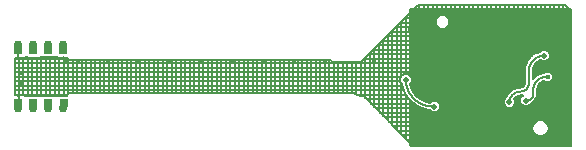
<source format=gbl>
G75*
%MOIN*%
%OFA0B0*%
%FSLAX25Y25*%
%IPPOS*%
%LPD*%
%AMOC8*
5,1,8,0,0,1.08239X$1,22.5*
%
%ADD10R,0.02992X0.03150*%
%ADD11C,0.03012*%
%ADD12C,0.01587*%
%ADD13C,0.00600*%
%ADD14C,0.00800*%
%ADD15C,0.02000*%
D10*
X0057391Y0057261D03*
X0062391Y0057261D03*
X0067391Y0057261D03*
X0072430Y0057261D03*
X0072391Y0074939D03*
X0067391Y0074939D03*
X0062391Y0074858D03*
X0057391Y0074939D03*
D11*
X0057384Y0055667D03*
X0062384Y0055667D03*
X0067384Y0055667D03*
X0072384Y0055667D03*
X0072384Y0076533D03*
X0067384Y0076533D03*
X0062384Y0076533D03*
X0057384Y0076533D03*
D12*
X0073250Y0071700D03*
X0077250Y0071100D03*
X0087250Y0071100D03*
X0096750Y0071100D03*
X0107750Y0071100D03*
X0118250Y0071100D03*
X0128750Y0071100D03*
X0139150Y0071100D03*
X0149250Y0071100D03*
X0159550Y0071100D03*
X0175750Y0071200D03*
X0188250Y0075200D03*
X0195750Y0075700D03*
X0203250Y0074500D03*
X0207250Y0079200D03*
X0215150Y0079400D03*
X0221250Y0079200D03*
X0230250Y0079200D03*
X0218850Y0074700D03*
X0212950Y0074600D03*
X0192250Y0079200D03*
X0187750Y0081700D03*
X0198750Y0066200D03*
X0207250Y0066200D03*
X0218250Y0065700D03*
X0223550Y0066200D03*
X0233750Y0065900D03*
X0231250Y0062200D03*
X0215250Y0055300D03*
X0207250Y0055200D03*
X0199750Y0057200D03*
X0222750Y0054200D03*
X0057750Y0063700D03*
X0057750Y0067200D03*
D13*
X0056250Y0067600D02*
X0226250Y0067600D01*
X0226250Y0067503D02*
X0188050Y0067503D01*
X0188050Y0066905D02*
X0226250Y0066905D01*
X0226250Y0066306D02*
X0188050Y0066306D01*
X0188050Y0066287D02*
X0188050Y0088600D01*
X0241550Y0088600D01*
X0241550Y0043100D01*
X0188088Y0043100D01*
X0188050Y0043130D01*
X0188050Y0058070D01*
X0188248Y0057798D01*
X0190862Y0055898D01*
X0193934Y0054900D01*
X0194563Y0054900D01*
X0195263Y0054200D01*
X0196837Y0054200D01*
X0197950Y0055313D01*
X0197950Y0056887D01*
X0196837Y0058000D01*
X0195263Y0058000D01*
X0194635Y0057372D01*
X0194330Y0057396D01*
X0192009Y0058150D01*
X0190035Y0059585D01*
X0188600Y0061559D01*
X0188050Y0063252D01*
X0188050Y0063913D01*
X0188450Y0064313D01*
X0188450Y0065887D01*
X0188050Y0066287D01*
X0188050Y0087600D01*
X0188050Y0087853D02*
X0241550Y0087853D01*
X0241550Y0088100D02*
X0241550Y0043100D01*
X0189050Y0043100D01*
X0172550Y0059600D01*
X0171460Y0059600D01*
X0171409Y0059649D01*
X0168811Y0060698D01*
X0168811Y0060698D01*
X0167432Y0060698D01*
X0074238Y0060698D01*
X0073535Y0059995D01*
X0073535Y0059736D01*
X0070561Y0059736D01*
X0070425Y0059600D01*
X0069396Y0059600D01*
X0069259Y0059736D01*
X0065522Y0059736D01*
X0065386Y0059600D01*
X0064396Y0059600D01*
X0064259Y0059736D01*
X0060522Y0059736D01*
X0060386Y0059600D01*
X0059679Y0059600D01*
X0059562Y0059716D01*
X0059311Y0059861D01*
X0059032Y0059936D01*
X0057691Y0059936D01*
X0057691Y0059600D01*
X0057091Y0059600D01*
X0057091Y0059936D01*
X0056250Y0059936D01*
X0056250Y0072264D01*
X0057091Y0072264D01*
X0057091Y0072600D01*
X0057691Y0072600D01*
X0057691Y0072264D01*
X0059032Y0072264D01*
X0059311Y0072339D01*
X0059562Y0072484D01*
X0059679Y0072600D01*
X0060305Y0072600D01*
X0060522Y0072383D01*
X0064259Y0072383D01*
X0064476Y0072600D01*
X0065386Y0072600D01*
X0065522Y0072464D01*
X0069259Y0072464D01*
X0069396Y0072600D01*
X0070103Y0072600D01*
X0070219Y0072484D01*
X0070470Y0072339D01*
X0070750Y0072264D01*
X0072091Y0072264D01*
X0072091Y0072600D01*
X0072691Y0072600D01*
X0072691Y0072264D01*
X0073658Y0072264D01*
X0074238Y0071683D01*
X0161467Y0071683D01*
X0162050Y0071100D01*
X0171550Y0071100D01*
X0171550Y0059600D01*
X0171409Y0059649D02*
X0171409Y0059649D01*
X0170291Y0060100D02*
X0186575Y0060100D01*
X0186550Y0060134D02*
X0186550Y0045600D01*
X0187050Y0045100D02*
X0241550Y0045100D01*
X0241550Y0045358D02*
X0188050Y0045358D01*
X0188050Y0044760D02*
X0241550Y0044760D01*
X0241550Y0044161D02*
X0188050Y0044161D01*
X0188050Y0044100D02*
X0188050Y0058070D01*
X0188050Y0057927D02*
X0188154Y0057927D01*
X0188248Y0057798D02*
X0188248Y0057798D01*
X0188248Y0057798D01*
X0190862Y0055898D01*
X0190862Y0055898D01*
X0193934Y0054900D01*
X0194563Y0054900D01*
X0195263Y0054200D01*
X0196837Y0054200D01*
X0197950Y0055313D01*
X0197950Y0056887D01*
X0196837Y0058000D01*
X0195263Y0058000D01*
X0194635Y0057372D01*
X0194330Y0057396D01*
X0192009Y0058150D01*
X0190035Y0059585D01*
X0188600Y0061559D01*
X0187888Y0063751D01*
X0188450Y0064313D01*
X0188450Y0065887D01*
X0187337Y0067000D01*
X0185763Y0067000D01*
X0184650Y0065887D01*
X0184650Y0064313D01*
X0185350Y0063613D01*
X0185350Y0063484D01*
X0186348Y0060412D01*
X0188248Y0057798D01*
X0188248Y0057798D01*
X0188248Y0057798D01*
X0188050Y0057329D02*
X0188893Y0057329D01*
X0189208Y0057100D02*
X0175050Y0057100D01*
X0174550Y0057600D02*
X0174550Y0074100D01*
X0174050Y0073600D02*
X0229366Y0073600D01*
X0229096Y0073488D02*
X0188050Y0073488D01*
X0188050Y0072890D02*
X0228430Y0072890D01*
X0228550Y0073010D02*
X0228550Y0090100D01*
X0230050Y0090100D02*
X0230050Y0073884D01*
X0230541Y0074087D02*
X0188050Y0074087D01*
X0188050Y0074685D02*
X0231448Y0074685D01*
X0231550Y0074787D02*
X0231550Y0090100D01*
X0233050Y0090100D02*
X0233050Y0075000D01*
X0233337Y0075000D02*
X0231763Y0075000D01*
X0231068Y0074305D01*
X0228981Y0073441D01*
X0227209Y0071669D01*
X0227209Y0071669D01*
X0227209Y0071669D01*
X0228981Y0073441D01*
X0228981Y0073441D01*
X0228981Y0073441D01*
X0231068Y0074305D01*
X0231763Y0075000D01*
X0233337Y0075000D01*
X0234450Y0073887D01*
X0234450Y0072313D01*
X0233337Y0071200D01*
X0231763Y0071200D01*
X0231408Y0071555D01*
X0230494Y0071176D01*
X0229474Y0070156D01*
X0228921Y0068822D01*
X0228921Y0068822D01*
X0228850Y0068100D01*
X0228850Y0065312D01*
X0229961Y0066424D01*
X0229961Y0066424D01*
X0231836Y0067200D01*
X0232655Y0067200D01*
X0233048Y0067594D01*
X0234452Y0067594D01*
X0235444Y0066602D01*
X0235444Y0065198D01*
X0234452Y0064206D01*
X0233048Y0064206D01*
X0232672Y0064582D01*
X0232362Y0064552D01*
X0231461Y0064179D01*
X0230771Y0063489D01*
X0230398Y0062588D01*
X0230350Y0062100D01*
X0230350Y0059582D01*
X0229332Y0057818D01*
X0229332Y0057818D01*
X0229332Y0057818D01*
X0230350Y0059582D01*
X0230350Y0062100D01*
X0230398Y0062588D01*
X0230771Y0063489D01*
X0231461Y0064179D01*
X0232362Y0064552D01*
X0232672Y0064582D01*
X0233048Y0064206D01*
X0234452Y0064206D01*
X0235444Y0065198D01*
X0235444Y0066602D01*
X0234452Y0067594D01*
X0233048Y0067594D01*
X0232655Y0067200D01*
X0231836Y0067200D01*
X0229961Y0066424D01*
X0228850Y0065312D01*
X0228850Y0068100D01*
X0228921Y0068822D01*
X0229474Y0070156D01*
X0230494Y0071176D01*
X0231408Y0071555D01*
X0231763Y0071200D01*
X0233337Y0071200D01*
X0234450Y0072313D01*
X0234450Y0073887D01*
X0233337Y0075000D01*
X0233652Y0074685D02*
X0241550Y0074685D01*
X0241550Y0075100D02*
X0175550Y0075100D01*
X0176050Y0075600D02*
X0176050Y0056100D01*
X0176550Y0055600D02*
X0191780Y0055600D01*
X0191986Y0055533D02*
X0188050Y0055533D01*
X0188050Y0054934D02*
X0193828Y0054934D01*
X0194050Y0054900D02*
X0194050Y0043100D01*
X0192550Y0043100D02*
X0192550Y0055350D01*
X0191050Y0055837D02*
X0191050Y0043100D01*
X0189550Y0043100D02*
X0189550Y0056851D01*
X0189717Y0056730D02*
X0188050Y0056730D01*
X0188050Y0056132D02*
X0190541Y0056132D01*
X0190862Y0055898D02*
X0190862Y0055898D01*
X0188050Y0054336D02*
X0195127Y0054336D01*
X0195550Y0054200D02*
X0195550Y0043100D01*
X0197050Y0043100D02*
X0197050Y0054413D01*
X0196973Y0054336D02*
X0241550Y0054336D01*
X0241550Y0054100D02*
X0178050Y0054100D01*
X0177550Y0054600D02*
X0177550Y0077100D01*
X0177050Y0076600D02*
X0241550Y0076600D01*
X0241550Y0076481D02*
X0188050Y0076481D01*
X0188050Y0077079D02*
X0241550Y0077079D01*
X0241550Y0077678D02*
X0188050Y0077678D01*
X0188050Y0078276D02*
X0241550Y0078276D01*
X0241550Y0078100D02*
X0178550Y0078100D01*
X0179050Y0078600D02*
X0179050Y0053100D01*
X0179550Y0052600D02*
X0241550Y0052600D01*
X0241550Y0052540D02*
X0188050Y0052540D01*
X0188050Y0051942D02*
X0241550Y0051942D01*
X0241550Y0051343D02*
X0232408Y0051343D01*
X0231920Y0051546D02*
X0230857Y0051546D01*
X0229875Y0051139D01*
X0229124Y0050387D01*
X0228717Y0049405D01*
X0228717Y0048343D01*
X0229124Y0047361D01*
X0229875Y0046609D01*
X0230857Y0046202D01*
X0231920Y0046202D01*
X0232902Y0046609D01*
X0233653Y0047361D01*
X0234060Y0048343D01*
X0234060Y0049405D01*
X0233653Y0050387D01*
X0232902Y0051139D01*
X0231920Y0051546D01*
X0230857Y0051546D01*
X0229875Y0051139D01*
X0229124Y0050387D01*
X0228717Y0049405D01*
X0228717Y0048343D01*
X0229124Y0047361D01*
X0229875Y0046609D01*
X0230857Y0046202D01*
X0231920Y0046202D01*
X0232902Y0046609D01*
X0233653Y0047361D01*
X0234060Y0048343D01*
X0234060Y0049405D01*
X0233653Y0050387D01*
X0232902Y0051139D01*
X0231920Y0051546D01*
X0231550Y0051546D02*
X0231550Y0064216D01*
X0231195Y0063912D02*
X0241550Y0063912D01*
X0241550Y0063314D02*
X0230699Y0063314D01*
X0230610Y0063100D02*
X0241550Y0063100D01*
X0241550Y0062715D02*
X0230451Y0062715D01*
X0230352Y0062117D02*
X0241550Y0062117D01*
X0241550Y0061600D02*
X0230350Y0061600D01*
X0230350Y0061518D02*
X0241550Y0061518D01*
X0241550Y0060920D02*
X0230350Y0060920D01*
X0230350Y0060321D02*
X0241550Y0060321D01*
X0241550Y0060100D02*
X0230350Y0060100D01*
X0230350Y0059723D02*
X0241550Y0059723D01*
X0241550Y0059124D02*
X0230086Y0059124D01*
X0230050Y0059062D02*
X0230050Y0051211D01*
X0229836Y0051100D02*
X0181050Y0051100D01*
X0180550Y0051600D02*
X0180550Y0080100D01*
X0180050Y0079600D02*
X0241550Y0079600D01*
X0241550Y0079473D02*
X0188050Y0079473D01*
X0188050Y0078875D02*
X0241550Y0078875D01*
X0241550Y0080072D02*
X0188050Y0080072D01*
X0188050Y0080670D02*
X0241550Y0080670D01*
X0241550Y0081100D02*
X0181550Y0081100D01*
X0182050Y0081600D02*
X0182050Y0050100D01*
X0182550Y0049600D02*
X0228798Y0049600D01*
X0228776Y0049548D02*
X0188050Y0049548D01*
X0188050Y0050146D02*
X0229024Y0050146D01*
X0229481Y0050745D02*
X0188050Y0050745D01*
X0188050Y0051343D02*
X0230369Y0051343D01*
X0232941Y0051100D02*
X0241550Y0051100D01*
X0241550Y0050745D02*
X0233296Y0050745D01*
X0233050Y0050991D02*
X0233050Y0064206D01*
X0232744Y0064511D02*
X0232263Y0064511D01*
X0234550Y0064305D02*
X0234550Y0043100D01*
X0236050Y0043100D02*
X0236050Y0090100D01*
X0234550Y0090100D02*
X0234550Y0067495D01*
X0234542Y0067503D02*
X0241550Y0067503D01*
X0241550Y0067600D02*
X0228850Y0067600D01*
X0228850Y0067503D02*
X0232958Y0067503D01*
X0233050Y0067594D02*
X0233050Y0071200D01*
X0233830Y0071693D02*
X0241550Y0071693D01*
X0241550Y0072100D02*
X0234237Y0072100D01*
X0234428Y0072291D02*
X0241550Y0072291D01*
X0241550Y0072890D02*
X0234450Y0072890D01*
X0234450Y0073488D02*
X0241550Y0073488D01*
X0241550Y0073600D02*
X0234450Y0073600D01*
X0234250Y0074087D02*
X0241550Y0074087D01*
X0241550Y0075284D02*
X0188050Y0075284D01*
X0188050Y0075882D02*
X0241550Y0075882D01*
X0241550Y0071094D02*
X0230412Y0071094D01*
X0230050Y0070732D02*
X0230050Y0066460D01*
X0229961Y0066424D02*
X0229961Y0066424D01*
X0229844Y0066306D02*
X0228850Y0066306D01*
X0228850Y0066100D02*
X0229638Y0066100D01*
X0229245Y0065708D02*
X0228850Y0065708D01*
X0226250Y0065708D02*
X0188450Y0065708D01*
X0188237Y0066100D02*
X0226250Y0066100D01*
X0226250Y0065109D02*
X0188450Y0065109D01*
X0188450Y0064600D02*
X0226250Y0064600D01*
X0226250Y0064511D02*
X0188450Y0064511D01*
X0188050Y0063913D02*
X0188050Y0063252D01*
X0188050Y0063314D02*
X0225992Y0063314D01*
X0225869Y0063100D02*
X0188099Y0063100D01*
X0188224Y0062715D02*
X0225436Y0062715D01*
X0225550Y0062781D02*
X0225550Y0090100D01*
X0227050Y0090100D02*
X0227050Y0071285D01*
X0226971Y0071094D02*
X0188050Y0071094D01*
X0188050Y0070496D02*
X0226723Y0070496D01*
X0226766Y0070600D02*
X0056250Y0070600D01*
X0056250Y0069100D02*
X0226250Y0069100D01*
X0226250Y0069299D02*
X0188050Y0069299D01*
X0188050Y0069897D02*
X0226475Y0069897D01*
X0226250Y0069353D02*
X0226250Y0064100D01*
X0226192Y0063660D01*
X0225752Y0062898D01*
X0224990Y0062458D01*
X0224550Y0062400D01*
X0223595Y0062400D01*
X0221831Y0061669D01*
X0220481Y0060319D01*
X0220056Y0059293D01*
X0219150Y0058387D01*
X0219150Y0056813D01*
X0220263Y0055700D01*
X0221837Y0055700D01*
X0222950Y0056813D01*
X0222950Y0058387D01*
X0222660Y0058677D01*
X0222721Y0058822D01*
X0223328Y0059429D01*
X0224121Y0059758D01*
X0224550Y0059800D01*
X0225563Y0059800D01*
X0224650Y0058887D01*
X0224650Y0057313D01*
X0225763Y0056200D01*
X0227337Y0056200D01*
X0228441Y0057304D01*
X0229332Y0057818D01*
X0229332Y0057818D01*
X0228441Y0057304D01*
X0227337Y0056200D01*
X0225763Y0056200D01*
X0224650Y0057313D01*
X0224650Y0058887D01*
X0225563Y0059800D01*
X0224550Y0059800D01*
X0224121Y0059758D01*
X0223328Y0059429D01*
X0222721Y0058822D01*
X0222660Y0058677D01*
X0222950Y0058387D01*
X0222950Y0056813D01*
X0221837Y0055700D01*
X0220263Y0055700D01*
X0219150Y0056813D01*
X0219150Y0058387D01*
X0220056Y0059293D01*
X0220481Y0060319D01*
X0220481Y0060319D01*
X0220481Y0060319D01*
X0221831Y0061669D01*
X0221831Y0061669D01*
X0221831Y0061669D01*
X0223595Y0062400D01*
X0224550Y0062400D01*
X0224990Y0062458D01*
X0225752Y0062898D01*
X0226192Y0063660D01*
X0226192Y0063660D01*
X0226250Y0064100D01*
X0226250Y0069353D01*
X0227209Y0071669D01*
X0226250Y0069353D01*
X0226250Y0068700D02*
X0188050Y0068700D01*
X0188050Y0068102D02*
X0226250Y0068102D01*
X0228850Y0068102D02*
X0241550Y0068102D01*
X0241550Y0068700D02*
X0228909Y0068700D01*
X0229036Y0069100D02*
X0241550Y0069100D01*
X0241550Y0069299D02*
X0229119Y0069299D01*
X0229367Y0069897D02*
X0241550Y0069897D01*
X0241550Y0070496D02*
X0229814Y0070496D01*
X0229918Y0070600D02*
X0241550Y0070600D01*
X0241550Y0066905D02*
X0235141Y0066905D01*
X0235444Y0066306D02*
X0241550Y0066306D01*
X0241550Y0066100D02*
X0235444Y0066100D01*
X0235444Y0065708D02*
X0241550Y0065708D01*
X0241550Y0065109D02*
X0235354Y0065109D01*
X0234845Y0064600D02*
X0241550Y0064600D01*
X0241550Y0064511D02*
X0234756Y0064511D01*
X0231550Y0067082D02*
X0231550Y0071413D01*
X0227832Y0072291D02*
X0188050Y0072291D01*
X0188050Y0071693D02*
X0227233Y0071693D01*
X0227640Y0072100D02*
X0172550Y0072100D01*
X0173050Y0072600D02*
X0173050Y0059100D01*
X0173550Y0058600D02*
X0187665Y0058600D01*
X0186348Y0060412D02*
X0186348Y0060412D01*
X0188630Y0061518D02*
X0221680Y0061518D01*
X0221762Y0061600D02*
X0188587Y0061600D01*
X0188419Y0062117D02*
X0222911Y0062117D01*
X0222550Y0061967D02*
X0222550Y0090100D01*
X0224050Y0090100D02*
X0224050Y0062400D01*
X0221081Y0060920D02*
X0189065Y0060920D01*
X0189499Y0060321D02*
X0220483Y0060321D01*
X0220390Y0060100D02*
X0189660Y0060100D01*
X0189550Y0060251D02*
X0189550Y0089100D01*
X0189050Y0088600D02*
X0241050Y0088600D01*
X0241550Y0088451D02*
X0188050Y0088451D01*
X0188050Y0087254D02*
X0241550Y0087254D01*
X0241550Y0087100D02*
X0187550Y0087100D01*
X0188050Y0086656D02*
X0241550Y0086656D01*
X0241550Y0086057D02*
X0200183Y0086057D01*
X0200050Y0086190D02*
X0200050Y0090100D01*
X0198550Y0090100D02*
X0198550Y0086585D01*
X0197768Y0086585D02*
X0196433Y0085251D01*
X0196433Y0083364D01*
X0197768Y0082029D01*
X0199655Y0082029D01*
X0200989Y0083364D01*
X0200989Y0085251D01*
X0199655Y0086585D01*
X0197768Y0086585D01*
X0196433Y0085251D01*
X0196433Y0083364D01*
X0197768Y0082029D01*
X0199655Y0082029D01*
X0200989Y0083364D01*
X0200989Y0085251D01*
X0199655Y0086585D01*
X0197768Y0086585D01*
X0197240Y0086057D02*
X0188050Y0086057D01*
X0188050Y0085459D02*
X0196641Y0085459D01*
X0196783Y0085600D02*
X0186050Y0085600D01*
X0186550Y0086100D02*
X0186550Y0067000D01*
X0185050Y0066287D02*
X0185050Y0084600D01*
X0184550Y0084100D02*
X0196433Y0084100D01*
X0196433Y0084262D02*
X0188050Y0084262D01*
X0188050Y0084860D02*
X0196433Y0084860D01*
X0197050Y0085867D02*
X0197050Y0090100D01*
X0195550Y0090100D02*
X0195550Y0058000D01*
X0195190Y0057927D02*
X0192695Y0057927D01*
X0192550Y0057974D02*
X0192550Y0090100D01*
X0194050Y0090100D02*
X0194050Y0057487D01*
X0191492Y0058526D02*
X0219289Y0058526D01*
X0219363Y0058600D02*
X0191390Y0058600D01*
X0191050Y0058847D02*
X0191050Y0090100D01*
X0190550Y0090100D02*
X0239550Y0090100D01*
X0241550Y0088100D01*
X0240550Y0089100D02*
X0240550Y0043100D01*
X0241550Y0043563D02*
X0188050Y0043563D01*
X0188550Y0043600D02*
X0241550Y0043600D01*
X0239050Y0043100D02*
X0239050Y0090100D01*
X0237550Y0090100D02*
X0237550Y0043100D01*
X0233050Y0043100D02*
X0233050Y0046757D01*
X0232880Y0046600D02*
X0241550Y0046600D01*
X0241550Y0046555D02*
X0232772Y0046555D01*
X0233447Y0047154D02*
X0241550Y0047154D01*
X0241550Y0047752D02*
X0233816Y0047752D01*
X0233960Y0048100D02*
X0241550Y0048100D01*
X0241550Y0048351D02*
X0234060Y0048351D01*
X0234060Y0048949D02*
X0241550Y0048949D01*
X0241550Y0049548D02*
X0234001Y0049548D01*
X0233980Y0049600D02*
X0241550Y0049600D01*
X0241550Y0050146D02*
X0233753Y0050146D01*
X0228717Y0048949D02*
X0188050Y0048949D01*
X0188050Y0048351D02*
X0228717Y0048351D01*
X0228817Y0048100D02*
X0184050Y0048100D01*
X0183550Y0048600D02*
X0183550Y0083100D01*
X0183050Y0082600D02*
X0197197Y0082600D01*
X0197331Y0082466D02*
X0188050Y0082466D01*
X0188050Y0081868D02*
X0241550Y0081868D01*
X0241550Y0082466D02*
X0200092Y0082466D01*
X0200050Y0082424D02*
X0200050Y0043100D01*
X0198550Y0043100D02*
X0198550Y0082029D01*
X0197050Y0082747D02*
X0197050Y0057787D01*
X0196910Y0057927D02*
X0219150Y0057927D01*
X0219150Y0057329D02*
X0197508Y0057329D01*
X0197737Y0057100D02*
X0219150Y0057100D01*
X0219233Y0056730D02*
X0197950Y0056730D01*
X0197950Y0056132D02*
X0219831Y0056132D01*
X0219550Y0056413D02*
X0219550Y0043100D01*
X0221050Y0043100D02*
X0221050Y0055700D01*
X0222269Y0056132D02*
X0241550Y0056132D01*
X0241550Y0055600D02*
X0197950Y0055600D01*
X0197950Y0055533D02*
X0241550Y0055533D01*
X0241550Y0054934D02*
X0197571Y0054934D01*
X0196050Y0056100D02*
X0195550Y0056100D01*
X0190668Y0059124D02*
X0219887Y0059124D01*
X0219550Y0058787D02*
X0219550Y0090100D01*
X0221050Y0090100D02*
X0221050Y0060888D01*
X0220234Y0059723D02*
X0189934Y0059723D01*
X0185962Y0061600D02*
X0056250Y0061600D01*
X0056250Y0063100D02*
X0185475Y0063100D01*
X0185050Y0063913D02*
X0185050Y0047100D01*
X0185550Y0046600D02*
X0229897Y0046600D01*
X0230005Y0046555D02*
X0188050Y0046555D01*
X0188050Y0045957D02*
X0241550Y0045957D01*
X0231550Y0046202D02*
X0231550Y0043100D01*
X0230050Y0043100D02*
X0230050Y0046537D01*
X0229330Y0047154D02*
X0188050Y0047154D01*
X0188050Y0047752D02*
X0228961Y0047752D01*
X0228550Y0043100D02*
X0228550Y0057367D01*
X0228484Y0057329D02*
X0241550Y0057329D01*
X0241550Y0057100D02*
X0228237Y0057100D01*
X0227867Y0056730D02*
X0241550Y0056730D01*
X0241550Y0057927D02*
X0229395Y0057927D01*
X0229740Y0058526D02*
X0241550Y0058526D01*
X0241550Y0058600D02*
X0229783Y0058600D01*
X0225550Y0059787D02*
X0225550Y0059800D01*
X0225486Y0059723D02*
X0224036Y0059723D01*
X0224050Y0059728D02*
X0224050Y0043100D01*
X0222550Y0043100D02*
X0222550Y0056413D01*
X0222867Y0056730D02*
X0225233Y0056730D01*
X0225550Y0056413D02*
X0225550Y0043100D01*
X0227050Y0043100D02*
X0227050Y0056200D01*
X0224863Y0057100D02*
X0222950Y0057100D01*
X0222950Y0057329D02*
X0224650Y0057329D01*
X0224650Y0057927D02*
X0222950Y0057927D01*
X0222811Y0058526D02*
X0224650Y0058526D01*
X0224650Y0058600D02*
X0222737Y0058600D01*
X0223023Y0059124D02*
X0224887Y0059124D01*
X0226225Y0063912D02*
X0188050Y0063912D01*
X0184650Y0064600D02*
X0056250Y0064600D01*
X0056250Y0066100D02*
X0184863Y0066100D01*
X0186550Y0065100D02*
X0186553Y0064883D01*
X0186561Y0064665D01*
X0186574Y0064448D01*
X0186592Y0064231D01*
X0186616Y0064015D01*
X0186644Y0063800D01*
X0186678Y0063585D01*
X0186718Y0063371D01*
X0186762Y0063158D01*
X0186812Y0062946D01*
X0186866Y0062736D01*
X0186926Y0062526D01*
X0186990Y0062319D01*
X0187060Y0062113D01*
X0187135Y0061909D01*
X0187214Y0061706D01*
X0187299Y0061506D01*
X0187388Y0061307D01*
X0187482Y0061111D01*
X0187581Y0060917D01*
X0187684Y0060726D01*
X0187792Y0060537D01*
X0187905Y0060351D01*
X0188022Y0060168D01*
X0188143Y0059987D01*
X0188269Y0059810D01*
X0188399Y0059636D01*
X0188533Y0059464D01*
X0188671Y0059296D01*
X0188813Y0059132D01*
X0188960Y0058971D01*
X0189110Y0058813D01*
X0189263Y0058660D01*
X0189421Y0058510D01*
X0189582Y0058363D01*
X0189746Y0058221D01*
X0189914Y0058083D01*
X0190086Y0057949D01*
X0190260Y0057819D01*
X0190437Y0057693D01*
X0190618Y0057572D01*
X0190801Y0057455D01*
X0190987Y0057342D01*
X0191176Y0057234D01*
X0191367Y0057131D01*
X0191561Y0057032D01*
X0191757Y0056938D01*
X0191956Y0056849D01*
X0192156Y0056764D01*
X0192359Y0056685D01*
X0192563Y0056610D01*
X0192769Y0056540D01*
X0192976Y0056476D01*
X0193186Y0056416D01*
X0193396Y0056362D01*
X0193608Y0056312D01*
X0193821Y0056268D01*
X0194035Y0056228D01*
X0194250Y0056194D01*
X0194465Y0056166D01*
X0194681Y0056142D01*
X0194898Y0056124D01*
X0195115Y0056111D01*
X0195333Y0056103D01*
X0195550Y0056100D01*
X0188050Y0053737D02*
X0241550Y0053737D01*
X0241550Y0053139D02*
X0188050Y0053139D01*
X0170050Y0060197D02*
X0170050Y0071100D01*
X0168550Y0071100D02*
X0168550Y0060698D01*
X0167050Y0060698D02*
X0167050Y0071100D01*
X0165550Y0071100D02*
X0165550Y0060698D01*
X0164050Y0060698D02*
X0164050Y0071100D01*
X0162550Y0071100D02*
X0162550Y0060698D01*
X0161050Y0060698D02*
X0161050Y0071683D01*
X0159550Y0071683D02*
X0159550Y0060698D01*
X0158050Y0060698D02*
X0158050Y0071683D01*
X0156550Y0071683D02*
X0156550Y0060698D01*
X0155050Y0060698D02*
X0155050Y0071683D01*
X0153550Y0071683D02*
X0153550Y0060698D01*
X0152050Y0060698D02*
X0152050Y0071683D01*
X0150550Y0071683D02*
X0150550Y0060698D01*
X0149050Y0060698D02*
X0149050Y0071683D01*
X0147550Y0071683D02*
X0147550Y0060698D01*
X0146050Y0060698D02*
X0146050Y0071683D01*
X0144550Y0071683D02*
X0144550Y0060698D01*
X0143050Y0060698D02*
X0143050Y0071683D01*
X0141550Y0071683D02*
X0141550Y0060698D01*
X0140050Y0060698D02*
X0140050Y0071683D01*
X0138550Y0071683D02*
X0138550Y0060698D01*
X0137050Y0060698D02*
X0137050Y0071683D01*
X0135550Y0071683D02*
X0135550Y0060698D01*
X0134050Y0060698D02*
X0134050Y0071683D01*
X0132550Y0071683D02*
X0132550Y0060698D01*
X0131050Y0060698D02*
X0131050Y0071683D01*
X0129550Y0071683D02*
X0129550Y0060698D01*
X0128050Y0060698D02*
X0128050Y0071683D01*
X0126550Y0071683D02*
X0126550Y0060698D01*
X0125050Y0060698D02*
X0125050Y0071683D01*
X0123550Y0071683D02*
X0123550Y0060698D01*
X0122050Y0060698D02*
X0122050Y0071683D01*
X0120550Y0071683D02*
X0120550Y0060698D01*
X0119050Y0060698D02*
X0119050Y0071683D01*
X0117550Y0071683D02*
X0117550Y0060698D01*
X0116050Y0060698D02*
X0116050Y0071683D01*
X0114550Y0071683D02*
X0114550Y0060698D01*
X0113050Y0060698D02*
X0113050Y0071683D01*
X0111550Y0071683D02*
X0111550Y0060698D01*
X0110050Y0060698D02*
X0110050Y0071683D01*
X0108550Y0071683D02*
X0108550Y0060698D01*
X0107050Y0060698D02*
X0107050Y0071683D01*
X0105550Y0071683D02*
X0105550Y0060698D01*
X0104050Y0060698D02*
X0104050Y0071683D01*
X0102550Y0071683D02*
X0102550Y0060698D01*
X0101050Y0060698D02*
X0101050Y0071683D01*
X0099550Y0071683D02*
X0099550Y0060698D01*
X0098050Y0060698D02*
X0098050Y0071683D01*
X0096550Y0071683D02*
X0096550Y0060698D01*
X0095050Y0060698D02*
X0095050Y0071683D01*
X0093550Y0071683D02*
X0093550Y0060698D01*
X0092050Y0060698D02*
X0092050Y0071683D01*
X0090550Y0071683D02*
X0090550Y0060698D01*
X0089050Y0060698D02*
X0089050Y0071683D01*
X0087550Y0071683D02*
X0087550Y0060698D01*
X0086050Y0060698D02*
X0086050Y0071683D01*
X0084550Y0071683D02*
X0084550Y0060698D01*
X0083050Y0060698D02*
X0083050Y0071683D01*
X0081550Y0071683D02*
X0081550Y0060698D01*
X0080050Y0060698D02*
X0080050Y0071683D01*
X0078550Y0071683D02*
X0078550Y0060698D01*
X0077050Y0060698D02*
X0077050Y0071683D01*
X0075550Y0071683D02*
X0075550Y0060698D01*
X0074050Y0060510D02*
X0074050Y0071871D01*
X0073821Y0072100D02*
X0056250Y0072100D01*
X0057550Y0072600D02*
X0057550Y0059600D01*
X0057476Y0060126D02*
X0057476Y0057255D01*
X0056250Y0060100D02*
X0073640Y0060100D01*
X0072550Y0059736D02*
X0072550Y0072600D01*
X0071050Y0072264D02*
X0071050Y0059736D01*
X0069550Y0059600D02*
X0069550Y0072600D01*
X0068050Y0072464D02*
X0068050Y0059736D01*
X0066550Y0059736D02*
X0066550Y0072464D01*
X0065050Y0072600D02*
X0065050Y0059600D01*
X0063550Y0059736D02*
X0063550Y0072383D01*
X0062050Y0072383D02*
X0062050Y0059736D01*
X0060550Y0059736D02*
X0060550Y0072383D01*
X0059050Y0072269D02*
X0059050Y0059931D01*
X0171550Y0071100D02*
X0190550Y0090100D01*
X0201550Y0090100D02*
X0201550Y0043100D01*
X0203050Y0043100D02*
X0203050Y0090100D01*
X0204550Y0090100D02*
X0204550Y0043100D01*
X0206050Y0043100D02*
X0206050Y0090100D01*
X0207550Y0090100D02*
X0207550Y0043100D01*
X0209050Y0043100D02*
X0209050Y0090100D01*
X0210550Y0090100D02*
X0210550Y0043100D01*
X0212050Y0043100D02*
X0212050Y0090100D01*
X0213550Y0090100D02*
X0213550Y0043100D01*
X0215050Y0043100D02*
X0215050Y0090100D01*
X0216550Y0090100D02*
X0216550Y0043100D01*
X0218050Y0043100D02*
X0218050Y0090100D01*
X0200989Y0084860D02*
X0241550Y0084860D01*
X0241550Y0084262D02*
X0200989Y0084262D01*
X0200989Y0084100D02*
X0241550Y0084100D01*
X0241550Y0083663D02*
X0200989Y0083663D01*
X0200690Y0083065D02*
X0241550Y0083065D01*
X0241550Y0082600D02*
X0200226Y0082600D01*
X0196732Y0083065D02*
X0188050Y0083065D01*
X0188050Y0083663D02*
X0196433Y0083663D01*
X0200640Y0085600D02*
X0241550Y0085600D01*
X0241550Y0085459D02*
X0200781Y0085459D01*
X0188050Y0081269D02*
X0241550Y0081269D01*
X0231123Y0066905D02*
X0228850Y0066905D01*
D14*
X0227550Y0068100D02*
X0227550Y0064100D01*
X0227548Y0063993D01*
X0227542Y0063886D01*
X0227533Y0063779D01*
X0227519Y0063673D01*
X0227502Y0063567D01*
X0227481Y0063462D01*
X0227457Y0063358D01*
X0227428Y0063255D01*
X0227396Y0063153D01*
X0227361Y0063052D01*
X0227322Y0062952D01*
X0227279Y0062854D01*
X0227233Y0062757D01*
X0227183Y0062662D01*
X0227130Y0062569D01*
X0227074Y0062478D01*
X0227014Y0062389D01*
X0226952Y0062302D01*
X0226886Y0062218D01*
X0226817Y0062135D01*
X0226746Y0062056D01*
X0226671Y0061979D01*
X0226594Y0061904D01*
X0226515Y0061833D01*
X0226432Y0061764D01*
X0226348Y0061698D01*
X0226261Y0061636D01*
X0226172Y0061576D01*
X0226081Y0061520D01*
X0225988Y0061467D01*
X0225893Y0061417D01*
X0225796Y0061371D01*
X0225698Y0061328D01*
X0225598Y0061289D01*
X0225497Y0061254D01*
X0225395Y0061222D01*
X0225292Y0061193D01*
X0225188Y0061169D01*
X0225083Y0061148D01*
X0224977Y0061131D01*
X0224871Y0061117D01*
X0224764Y0061108D01*
X0224657Y0061102D01*
X0224550Y0061100D01*
X0226550Y0058100D02*
X0226648Y0058102D01*
X0226746Y0058108D01*
X0226844Y0058117D01*
X0226941Y0058131D01*
X0227038Y0058148D01*
X0227134Y0058169D01*
X0227229Y0058194D01*
X0227323Y0058222D01*
X0227415Y0058255D01*
X0227507Y0058290D01*
X0227597Y0058330D01*
X0227685Y0058372D01*
X0227772Y0058419D01*
X0227856Y0058468D01*
X0227939Y0058521D01*
X0228019Y0058577D01*
X0228098Y0058637D01*
X0228174Y0058699D01*
X0228247Y0058764D01*
X0228318Y0058832D01*
X0228386Y0058903D01*
X0228451Y0058976D01*
X0228513Y0059052D01*
X0228573Y0059131D01*
X0228629Y0059211D01*
X0228682Y0059294D01*
X0228731Y0059378D01*
X0228778Y0059465D01*
X0228820Y0059553D01*
X0228860Y0059643D01*
X0228895Y0059735D01*
X0228928Y0059827D01*
X0228956Y0059921D01*
X0228981Y0060016D01*
X0229002Y0060112D01*
X0229019Y0060209D01*
X0229033Y0060306D01*
X0229042Y0060404D01*
X0229048Y0060502D01*
X0229050Y0060600D01*
X0229050Y0062100D01*
X0229052Y0062222D01*
X0229058Y0062343D01*
X0229068Y0062465D01*
X0229081Y0062586D01*
X0229099Y0062706D01*
X0229120Y0062826D01*
X0229145Y0062946D01*
X0229174Y0063064D01*
X0229207Y0063181D01*
X0229244Y0063297D01*
X0229284Y0063412D01*
X0229328Y0063526D01*
X0229375Y0063638D01*
X0229426Y0063749D01*
X0229481Y0063858D01*
X0229539Y0063965D01*
X0229600Y0064070D01*
X0229665Y0064173D01*
X0229733Y0064274D01*
X0229805Y0064373D01*
X0229879Y0064469D01*
X0229957Y0064563D01*
X0230037Y0064655D01*
X0230120Y0064744D01*
X0230206Y0064830D01*
X0230295Y0064913D01*
X0230387Y0064993D01*
X0230481Y0065071D01*
X0230577Y0065145D01*
X0230676Y0065217D01*
X0230777Y0065285D01*
X0230880Y0065350D01*
X0230985Y0065411D01*
X0231092Y0065469D01*
X0231201Y0065524D01*
X0231312Y0065575D01*
X0231424Y0065622D01*
X0231538Y0065666D01*
X0231653Y0065706D01*
X0231769Y0065743D01*
X0231886Y0065776D01*
X0232004Y0065805D01*
X0232124Y0065830D01*
X0232244Y0065851D01*
X0232364Y0065869D01*
X0232485Y0065882D01*
X0232607Y0065892D01*
X0232728Y0065898D01*
X0232850Y0065900D01*
X0233750Y0065900D01*
X0227550Y0068100D02*
X0227552Y0068240D01*
X0227558Y0068380D01*
X0227568Y0068520D01*
X0227581Y0068660D01*
X0227599Y0068799D01*
X0227621Y0068938D01*
X0227646Y0069075D01*
X0227675Y0069213D01*
X0227708Y0069349D01*
X0227745Y0069484D01*
X0227786Y0069618D01*
X0227831Y0069751D01*
X0227879Y0069883D01*
X0227931Y0070013D01*
X0227986Y0070142D01*
X0228045Y0070269D01*
X0228108Y0070395D01*
X0228174Y0070519D01*
X0228243Y0070640D01*
X0228316Y0070760D01*
X0228393Y0070878D01*
X0228472Y0070993D01*
X0228555Y0071107D01*
X0228641Y0071217D01*
X0228730Y0071326D01*
X0228822Y0071432D01*
X0228917Y0071535D01*
X0229014Y0071636D01*
X0229115Y0071733D01*
X0229218Y0071828D01*
X0229324Y0071920D01*
X0229433Y0072009D01*
X0229543Y0072095D01*
X0229657Y0072178D01*
X0229772Y0072257D01*
X0229890Y0072334D01*
X0230010Y0072407D01*
X0230131Y0072476D01*
X0230255Y0072542D01*
X0230381Y0072605D01*
X0230508Y0072664D01*
X0230637Y0072719D01*
X0230767Y0072771D01*
X0230899Y0072819D01*
X0231032Y0072864D01*
X0231166Y0072905D01*
X0231301Y0072942D01*
X0231437Y0072975D01*
X0231575Y0073004D01*
X0231712Y0073029D01*
X0231851Y0073051D01*
X0231990Y0073069D01*
X0232130Y0073082D01*
X0232270Y0073092D01*
X0232410Y0073098D01*
X0232550Y0073100D01*
X0224550Y0061100D02*
X0224433Y0061098D01*
X0224316Y0061092D01*
X0224200Y0061082D01*
X0224083Y0061069D01*
X0223968Y0061051D01*
X0223853Y0061030D01*
X0223739Y0061005D01*
X0223625Y0060976D01*
X0223513Y0060943D01*
X0223402Y0060906D01*
X0223292Y0060866D01*
X0223184Y0060822D01*
X0223077Y0060775D01*
X0222971Y0060724D01*
X0222868Y0060669D01*
X0222766Y0060611D01*
X0222667Y0060550D01*
X0222569Y0060486D01*
X0222474Y0060418D01*
X0222381Y0060347D01*
X0222290Y0060273D01*
X0222202Y0060196D01*
X0222117Y0060116D01*
X0222034Y0060033D01*
X0221954Y0059948D01*
X0221877Y0059860D01*
X0221803Y0059769D01*
X0221732Y0059676D01*
X0221664Y0059581D01*
X0221600Y0059483D01*
X0221539Y0059384D01*
X0221481Y0059282D01*
X0221426Y0059179D01*
X0221375Y0059073D01*
X0221328Y0058966D01*
X0221284Y0058858D01*
X0221244Y0058748D01*
X0221207Y0058637D01*
X0221174Y0058525D01*
X0221145Y0058411D01*
X0221120Y0058297D01*
X0221099Y0058182D01*
X0221081Y0058067D01*
X0221068Y0057950D01*
X0221058Y0057834D01*
X0221052Y0057717D01*
X0221050Y0057600D01*
X0072430Y0057261D02*
X0072430Y0055713D01*
X0072428Y0055701D01*
X0072424Y0055690D01*
X0072417Y0055680D01*
X0072407Y0055673D01*
X0072396Y0055669D01*
X0072384Y0055667D01*
X0067391Y0055673D02*
X0067391Y0057261D01*
X0067390Y0055673D02*
X0067389Y0055670D01*
X0067387Y0055668D01*
X0067384Y0055667D01*
X0062391Y0055673D02*
X0062391Y0057261D01*
X0062390Y0055673D02*
X0062389Y0055670D01*
X0062387Y0055668D01*
X0062384Y0055667D01*
X0057391Y0055673D02*
X0057391Y0057261D01*
X0057390Y0055673D02*
X0057389Y0055670D01*
X0057387Y0055668D01*
X0057384Y0055667D01*
X0057391Y0072259D02*
X0057391Y0074939D01*
X0057384Y0076533D02*
X0057384Y0072266D01*
X0057385Y0072266D02*
X0057386Y0072263D01*
X0057388Y0072261D01*
X0057391Y0072260D01*
X0057391Y0072259D02*
X0057393Y0072236D01*
X0057397Y0072214D01*
X0057405Y0072193D01*
X0057416Y0072173D01*
X0057430Y0072155D01*
X0057446Y0072139D01*
X0057464Y0072125D01*
X0057484Y0072114D01*
X0057505Y0072106D01*
X0057527Y0072102D01*
X0057550Y0072100D01*
X0062384Y0074864D02*
X0062384Y0076533D01*
X0062385Y0074864D02*
X0062386Y0074861D01*
X0062388Y0074859D01*
X0062391Y0074858D01*
X0067384Y0074945D02*
X0067384Y0076533D01*
X0072384Y0076533D02*
X0072384Y0074945D01*
X0072385Y0074945D02*
X0072386Y0074942D01*
X0072388Y0074940D01*
X0072391Y0074939D01*
X0067391Y0074939D02*
X0067388Y0074940D01*
X0067386Y0074942D01*
X0067385Y0074945D01*
D15*
X0186550Y0065100D03*
X0196050Y0056100D03*
X0221050Y0057600D03*
X0226550Y0058100D03*
X0232550Y0073100D03*
M02*

</source>
